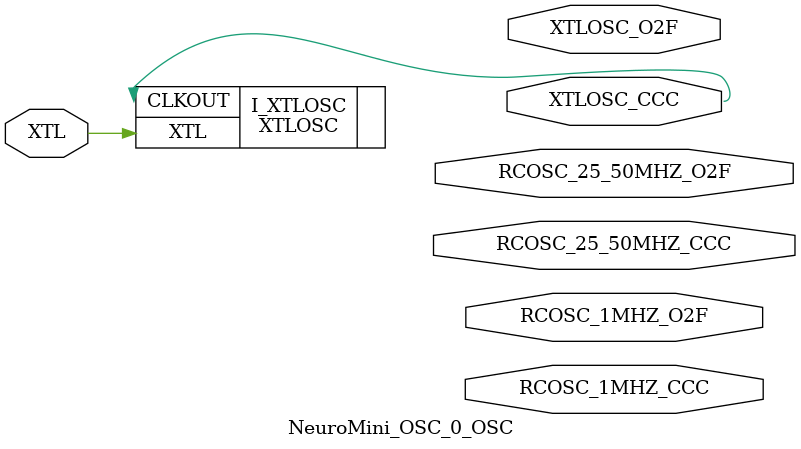
<source format=v>
`timescale 1 ns/100 ps


module NeuroMini_OSC_0_OSC(
       XTL,
       RCOSC_25_50MHZ_CCC,
       RCOSC_25_50MHZ_O2F,
       RCOSC_1MHZ_CCC,
       RCOSC_1MHZ_O2F,
       XTLOSC_CCC,
       XTLOSC_O2F
    );
input  XTL;
output RCOSC_25_50MHZ_CCC;
output RCOSC_25_50MHZ_O2F;
output RCOSC_1MHZ_CCC;
output RCOSC_1MHZ_O2F;
output XTLOSC_CCC;
output XTLOSC_O2F;

    
    XTLOSC #( .MODE(2'h3), .FREQUENCY(20.0) )  I_XTLOSC (.XTL(XTL), 
        .CLKOUT(XTLOSC_CCC));
    
endmodule

</source>
